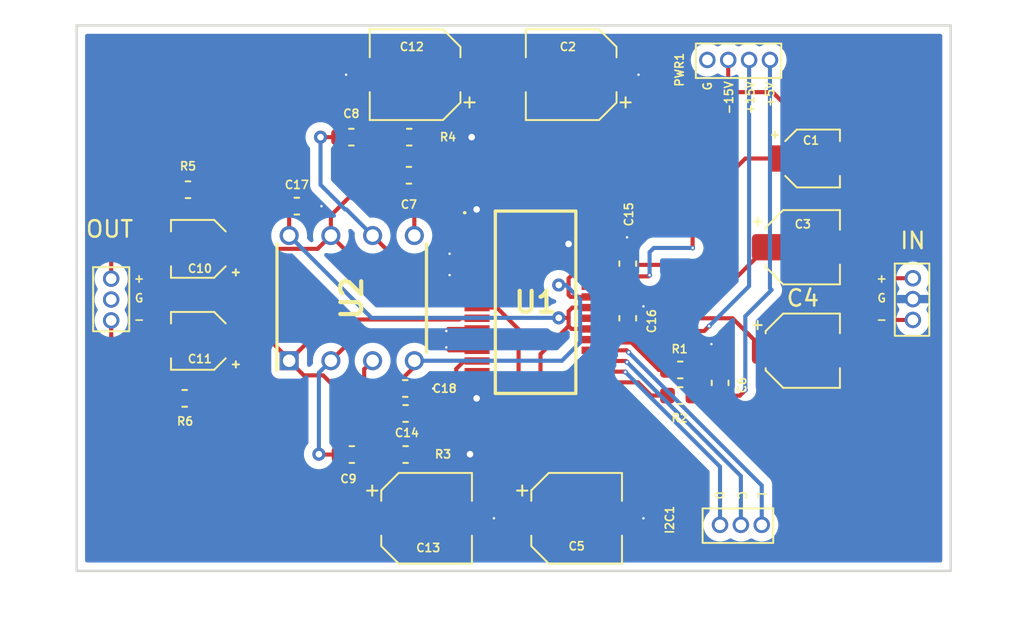
<source format=kicad_pcb>
(kicad_pcb (version 20211014) (generator pcbnew)
  (layers (0 "F.Cu" signal) (31 "B.Cu" signal) (34 "B.Paste" user) (35 "F.Paste" user) (36 "B.SilkS" user "B.Silkscreen") (37 "F.SilkS" user "F.Silkscreen") (38 "B.Mask" user) (39 "F.Mask" user) (44 "Edge.Cuts" user))
  (net 0 "")
  (net 1 "GNDPWR")
  (net 2 "Net-(C1-Pad1)")
  (net 3 "+15V")
  (net 4 "-15V")
  (net 5 "Net-(C7-Pad1)")
  (net 6 "Net-(C7-Pad2)")
  (net 7 "Net-(C8-Pad1)")
  (net 8 "Net-(C10-Pad1)")
  (net 9 "Net-(C9-Pad1)")
  (net 10 "Net-(C11-Pad1)")
  (net 11 "Net-(C10-Pad2)")
  (net 12 "Net-(C12-Pad1)")
  (net 13 "Net-(C13-Pad1)")
  (net 14 "Net-(C14-Pad1)")
  (net 15 "Net-(C14-Pad2)")
  (net 16 "Net-(R1-Pad1)")
  (net 17 "Net-(I2C1-Pad1)")
  (net 18 "Net-(DATA1-Pad1)")
  (net 19 "Net-(CLOCK1-Pad1)")
  (net 20 "Net-(C11-Pad2)")
  (net 21 "+5V")
  (net 22 "Net-(OUT+1-Pad1)")
  (net 24 "Net-(OUT+1-Pad3)")
  (net 25 "Net-(U1-Pad26)")
  (net 26 "Net-(IN+1-Pad1)")
  (net 27 "Net-(U1-Pad23)")
  (net 29 "Net-(C4-Pad2)")
  (net 30 "Net-(R2-Pad1)")
  (footprint "Connector_PinHeader_1.27mm:PinHeader_1x04_P1.27mm_Vertical" (layer "F.Cu") (at 166.1 98.1925)
    (fp_text reference "IN" (at 0 -1.695) (layer "F.SilkS"))
    (fp_text value "Conn_01x04_Male")
    (fp_rect (start -1.1 -0.3) (end 1 4.1) (layer "F.SilkS") (width 0.12) (fill none))
    (pad "1" thru_hole oval (at 0 0.595) (size 1 1) (drill 0.65) (layers *.Cu *.Mask) (net 26 "Net-(IN+1-Pad1)"))
    (pad "2" thru_hole oval (at 0 1.865) (size 1 1) (drill 0.65) (layers *.Cu *.Mask) (net 1 "GNDPWR"))
    (pad "3" thru_hole oval (at 0 3.135) (size 1 1) (drill 0.65) (layers *.Cu *.Mask) (net 29 "Net-(C4-Pad2)"))
  )
  (footprint "Capacitor_SMD:CP_Elec_4x5.3" (layer "F.Cu") (at 159.4 103.2)
    (fp_text reference "C4" (at 0 -3.2) (layer "F.SilkS"))
    (fp_text value "22uF")
    (fp_line (start -2.26 -1.195563) (end -1.195563 -2.26) (layer "F.SilkS") (width 0.12))
    (fp_line (start -1.195563 -2.26) (end 2.26 -2.26) (layer "F.SilkS") (width 0.12))
    (fp_line (start -1.195563 2.26) (end 2.26 2.26) (layer "F.SilkS") (width 0.12))
    (fp_line (start -2.26 -1.195563) (end -2.26 -1.06) (layer "F.SilkS") (width 0.12))
    (fp_line (start -2.75 -1.81) (end -2.75 -1.31) (layer "F.SilkS") (width 0.12))
    (fp_line (start -2.26 1.195563) (end -1.195563 2.26) (layer "F.SilkS") (width 0.12))
    (fp_line (start -3 -1.56) (end -2.5 -1.56) (layer "F.SilkS") (width 0.12))
    (fp_line (start 2.26 2.26) (end 2.26 1.06) (layer "F.SilkS") (width 0.12))
    (fp_line (start -2.26 1.195563) (end -2.26 1.06) (layer "F.SilkS") (width 0.12))
    (fp_line (start 2.26 -2.26) (end 2.26 -1.06) (layer "F.SilkS") (width 0.12))
    (pad "1" smd roundrect (at -1.8 0) (size 2.6 1.6) (layers "F.Cu" "F.Paste" "F.Mask") (roundrect_rratio 0.15625) (net 27 "Net-(U1-Pad23)"))
    (pad "2" smd roundrect (at 1.8 0) (size 2.6 1.6) (layers "F.Cu" "F.Paste" "F.Mask") (roundrect_rratio 0.15625) (net 29 "Net-(C4-Pad2)"))
  )
  (footprint "Capacitor_SMD:CP_Elec_5x5.3" (layer "F.Cu") (at 135.8 86.4 180)
    (fp_text reference "C12" (at 0.2 1.7) (layer "F.SilkS") (effects (font (size 0.5 0.5) (thickness 0.1))))
    (fp_text value "100uF")
    (fp_line (start -2.76 -1.695563) (end -2.76 -1.06) (layer "F.SilkS") (width 0.12))
    (fp_line (start 2.76 -2.76) (end 2.76 -1.06) (layer "F.SilkS") (width 0.12))
    (fp_line (start -2.76 1.695563) (end -1.695563 2.76) (layer "F.SilkS") (width 0.12))
    (fp_line (start -3.3125 -1.9975) (end -3.3125 -1.3725) (layer "F.SilkS") (width 0.12))
    (fp_line (start 2.76 2.76) (end 2.76 1.06) (layer "F.SilkS") (width 0.12))
    (fp_line (start -1.695563 -2.76) (end 2.76 -2.76) (layer "F.SilkS") (width 0.12))
    (fp_line (start -2.76 1.695563) (end -2.76 1.06) (layer "F.SilkS") (width 0.12))
    (fp_line (start -2.76 -1.695563) (end -1.695563 -2.76) (layer "F.SilkS") (width 0.12))
    (fp_line (start -3.625 -1.685) (end -3 -1.685) (layer "F.SilkS") (width 0.12))
    (fp_line (start -1.695563 2.76) (end 2.76 2.76) (layer "F.SilkS") (width 0.12))
    (pad "1" smd roundrect (at -2.2 0 180) (size 3 1.6) (layers "F.Cu" "F.Paste" "F.Mask") (roundrect_rratio 0.15625) (net 12 "Net-(C12-Pad1)"))
    (pad "2" smd roundrect (at 2.2 0 180) (size 3 1.6) (layers "F.Cu" "F.Paste" "F.Mask") (roundrect_rratio 0.15625) (net 1 "GNDPWR"))
  )
  (footprint "LIB_MUSES72320V-TE2:SOP65P760X145-32N" (layer "F.Cu") (at 143.133026 100.25)
    (fp_text reference "U1" (at 0 0) (layer "F.SilkS") (effects (font (size 1.27 1.27) (thickness 0.254))))
    (fp_text value "MUSES72320V-TE2" hide)
    (fp_line (start 2.45 -5.55) (end 2.45 5.55) (layer "F.SilkS") (width 0.2))
    (fp_line (start -4.325 -5.45) (end -4.3 -5.45) (layer "F.SilkS") (width 0.2))
    (fp_line (start -2.45 5.55) (end -2.45 -5.55) (layer "F.SilkS") (width 0.2))
    (fp_line (start 2.45 5.55) (end -2.45 5.55) (layer "F.SilkS") (width 0.2))
    (fp_line (start -2.45 -5.55) (end 2.45 -5.55) (layer "F.SilkS") (width 0.2))
    (pad "1" smd rect (at -3.562 -4.875 90) (size 0.45 1.525) (layers "F.Cu" "F.Paste" "F.Mask") (net 1 "GNDPWR"))
    (pad "2" smd rect (at -3.562 -4.225 90) (size 0.45 1.525) (layers "F.Cu" "F.Paste" "F.Mask") (net 1 "GNDPWR"))
    (pad "3" smd rect (at -3.562 -3.575 90) (size 0.45 1.525) (layers "F.Cu" "F.Paste" "F.Mask") (net 5 "Net-(C7-Pad1)"))
    (pad "4" smd rect (at -3.562 -2.925 90) (size 0.45 1.525) (layers "F.Cu" "F.Paste" "F.Mask") (net 1 "GNDPWR"))
    (pad "5" smd rect (at -3.562 -2.275 90) (size 0.45 1.525) (layers "F.Cu" "F.Paste" "F.Mask") (net 7 "Net-(C8-Pad1)"))
    (pad "6" smd rect (at -3.562 -1.625 90) (size 0.45 1.525) (layers "F.Cu" "F.Paste" "F.Mask") (net 1 "GNDPWR"))
    (pad "7" smd rect (at -3.562 -0.975 90) (size 0.45 1.525) (layers "F.Cu" "F.Paste" "F.Mask") (net 8 "Net-(C10-Pad1)"))
    (pad "8" smd rect (at -3.562 -0.325 90) (size 0.45 1.525) (layers "F.Cu" "F.Paste" "F.Mask") (net 12 "Net-(C12-Pad1)"))
    (pad "9" smd rect (at -3.562 0.325 90) (size 0.45 1.525) (layers "F.Cu" "F.Paste" "F.Mask") (net 13 "Net-(C13-Pad1)"))
    (pad "10" smd rect (at -3.562 0.975 90) (size 0.45 1.525) (layers "F.Cu" "F.Paste" "F.Mask") (net 10 "Net-(C11-Pad1)"))
    (pad "11" smd rect (at -3.562 1.625 90) (size 0.45 1.525) (layers "F.Cu" "F.Paste" "F.Mask") (net 1 "GNDPWR"))
    (pad "12" smd rect (at -3.562 2.275 90) (size 0.45 1.525) (layers "F.Cu" "F.Paste" "F.Mask") (net 9 "Net-(C9-Pad1)"))
    (pad "13" smd rect (at -3.562 2.925 90) (size 0.45 1.525) (layers "F.Cu" "F.Paste" "F.Mask") (net 1 "GNDPWR"))
    (pad "14" smd rect (at -3.562 3.575 90) (size 0.45 1.525) (layers "F.Cu" "F.Paste" "F.Mask") (net 14 "Net-(C14-Pad1)"))
    (pad "15" smd rect (at -3.562 4.225 90) (size 0.45 1.525) (layers "F.Cu" "F.Paste" "F.Mask") (net 1 "GNDPWR"))
    (pad "16" smd rect (at -3.562 4.875 90) (size 0.45 1.525) (layers "F.Cu" "F.Paste" "F.Mask") (net 1 "GNDPWR"))
    (pad "17" smd rect (at 3.562 4.875 90) (size 0.45 1.525) (layers "F.Cu" "F.Paste" "F.Mask") (net 30 "Net-(R2-Pad1)"))
    (pad "18" smd rect (at 3.562 4.225 90) (size 0.45 1.525) (layers "F.Cu" "F.Paste" "F.Mask") (net 18 "Net-(DATA1-Pad1)"))
    (pad "19" smd rect (at 3.562 3.575 90) (size 0.45 1.525) (layers "F.Cu" "F.Paste" "F.Mask") (net 19 "Net-(CLOCK1-Pad1)"))
    (pad "20" smd rect (at 3.562 2.925 90) (size 0.45 1.525) (layers "F.Cu" "F.Paste" "F.Mask") (net 17 "Net-(I2C1-Pad1)"))
    (pad "21" smd rect (at 3.562 2.275 90) (size 0.45 1.525) (layers "F.Cu" "F.Paste" "F.Mask") (net 16 "Net-(R1-Pad1)"))
    (pad "22" smd rect (at 3.562 1.625 90) (size 0.45 1.525) (layers "F.Cu" "F.Paste" "F.Mask") (net 3 "+15V"))
    (pad "23" smd rect (at 3.562 0.975 90) (size 0.45 1.525) (layers "F.Cu" "F.Paste" "F.Mask") (net 27 "Net-(U1-Pad23)"))
    (pad "24" smd rect (at 3.562 0.325 90) (size 0.45 1.525) (layers "F.Cu" "F.Paste" "F.Mask") (net 3 "+15V"))
    (pad "25" smd rect (at 3.562 -0.325 90) (size 0.45 1.525) (layers "F.Cu" "F.Paste" "F.Mask") (net 4 "-15V"))
    (pad "26" smd rect (at 3.562 -0.975 90) (size 0.45 1.525) (layers "F.Cu" "F.Paste" "F.Mask") (net 25 "Net-(U1-Pad26)"))
    (pad "27" smd rect (at 3.562 -1.625 90) (size 0.45 1.525) (layers "F.Cu" "F.Paste" "F.Mask") (net 4 "-15V"))
    (pad "28" smd rect (at 3.562 -2.275 90) (size 0.45 1.525) (layers "F.Cu" "F.Paste" "F.Mask") (net 2 "Net-(C1-Pad1)"))
    (pad "29" smd rect (at 3.562 -2.925 90) (size 0.45 1.525) (layers "F.Cu" "F.Paste" "F.Mask") (net 1 "GNDPWR"))
    (pad "30" smd rect (at 3.562 -3.575 90) (size 0.45 1.525) (layers "F.Cu" "F.Paste" "F.Mask") (net 1 "GNDPWR"))
    (pad "31" smd rect (at 3.562 -4.225 90) (size 0.45 1.525) (layers "F.Cu" "F.Paste" "F.Mask") (net 1 "GNDPWR"))
    (pad "32" smd rect (at 3.562 -4.875 90) (size 0.45 1.525) (layers "F.Cu" "F.Paste" "F.Mask") (net 1 "GNDPWR"))
  )
  (footprint "Capacitor_SMD:C_0603_1608Metric" (layer "F.Cu") (at 135.2 105.5)
    (fp_text reference "C18" (at 2.4 0) (layer "F.SilkS") (effects (font (size 0.5 0.5) (thickness 0.1))))
    (fp_text value "0.1uF")
    (fp_line (start -0.14058 -0.51) (end 0.14058 -0.51) (layer "F.SilkS") (width 0.12))
    (fp_line (start -0.14058 0.51) (end 0.14058 0.51) (layer "F.SilkS") (width 0.12))
    (pad "1" smd roundrect (at -0.775 0) (size 0.9 0.95) (layers "F.Cu" "F.Paste" "F.Mask") (net 4 "-15V"))
    (pad "2" smd roundrect (at 0.775 0) (size 0.9 0.95) (layers "F.Cu" "F.Paste" "F.Mask") (net 1 "GNDPWR"))
  )
  (footprint "Capacitor_SMD:C_0603_1608Metric" (layer "F.Cu") (at 148.743026 97.9 -90)
    (fp_text reference "C15" (at -3 -0.066575 90) (layer "F.SilkS") (effects (font (size 0.5 0.5) (thickness 0.1))))
    (fp_text value "0.1uF")
    (fp_line (start -0.14058 -0.51) (end 0.14058 -0.51) (layer "F.SilkS") (width 0.12))
    (fp_line (start -0.14058 0.51) (end 0.14058 0.51) (layer "F.SilkS") (width 0.12))
    (pad "1" smd roundrect (at -0.775 0 270) (size 0.9 0.95) (layers "F.Cu" "F.Paste" "F.Mask") (net 1 "GNDPWR"))
    (pad "2" smd roundrect (at 0.775 0 270) (size 0.9 0.95) (layers "F.Cu" "F.Paste" "F.Mask") (net 4 "-15V"))
  )
  (footprint "Capacitor_SMD:C_0603_1608Metric" (layer "F.Cu") (at 135.443026 90.2 180)
    (fp_text reference "R4" (at -2.356974 0) (layer "F.SilkS") (effects (font (size 0.5 0.5) (thickness 0.1))))
    (fp_text value "470K")
    (fp_line (start -0.14058 -0.51) (end 0.14058 -0.51) (layer "F.SilkS") (width 0.12))
    (fp_line (start -0.14058 0.51) (end 0.14058 0.51) (layer "F.SilkS") (width 0.12))
    (pad "1" smd roundrect (at -0.775 0 180) (size 0.9 0.95) (layers "F.Cu" "F.Paste" "F.Mask") (net 1 "GNDPWR"))
    (pad "2" smd roundrect (at 0.775 0 180) (size 0.9 0.95) (layers "F.Cu" "F.Paste" "F.Mask") (net 6 "Net-(C7-Pad2)"))
  )
  (footprint "Capacitor_SMD:C_0603_1608Metric" (layer "F.Cu") (at 151.937285 105.93)
    (fp_text reference "R2" (at -0.037285 1.37) (layer "F.SilkS") (effects (font (size 0.5 0.5) (thickness 0.1))))
    (fp_text value "10K")
    (fp_line (start -0.14058 -0.51) (end 0.14058 -0.51) (layer "F.SilkS") (width 0.12))
    (fp_line (start -0.14058 0.51) (end 0.14058 0.51) (layer "F.SilkS") (width 0.12))
    (pad "1" smd roundrect (at -0.775 0) (size 0.9 0.95) (layers "F.Cu" "F.Paste" "F.Mask") (net 30 "Net-(R2-Pad1)"))
    (pad "2" smd roundrect (at 0.775 0) (size 0.9 0.95) (layers "F.Cu" "F.Paste" "F.Mask") (net 21 "+5V"))
  )
  (footprint "Capacitor_SMD:CP_Elec_5x5.3" (layer "F.Cu") (at 136.5 113.4)
    (fp_text reference "C13" (at 0.1 1.8) (layer "F.SilkS") (effects (font (size 0.5 0.5) (thickness 0.1))))
    (fp_text value "100uF")
    (fp_line (start -2.76 1.695563) (end -1.695563 2.76) (layer "F.SilkS") (width 0.12))
    (fp_line (start -2.76 -1.695563) (end -1.695563 -2.76) (layer "F.SilkS") (width 0.12))
    (fp_line (start -1.695563 2.76) (end 2.76 2.76) (layer "F.SilkS") (width 0.12))
    (fp_line (start -2.76 1.695563) (end -2.76 1.06) (layer "F.SilkS") (width 0.12))
    (fp_line (start -1.695563 -2.76) (end 2.76 -2.76) (layer "F.SilkS") (width 0.12))
    (fp_line (start -3.625 -1.685) (end -3 -1.685) (layer "F.SilkS") (width 0.12))
    (fp_line (start -2.76 -1.695563) (end -2.76 -1.06) (layer "F.SilkS") (width 0.12))
    (fp_line (start -3.3125 -1.9975) (end -3.3125 -1.3725) (layer "F.SilkS") (width 0.12))
    (fp_line (start 2.76 2.76) (end 2.76 1.06) (layer "F.SilkS") (width 0.12))
    (fp_line (start 2.76 -2.76) (end 2.76 -1.06) (layer "F.SilkS") (width 0.12))
    (pad "1" smd roundrect (at -2.2 0) (size 3 1.6) (layers "F.Cu" "F.Paste" "F.Mask") (roundrect_rratio 0.15625) (net 13 "Net-(C13-Pad1)"))
    (pad "2" smd roundrect (at 2.2 0) (size 3 1.6) (layers "F.Cu" "F.Paste" "F.Mask") (roundrect_rratio 0.15625) (net 1 "GNDPWR"))
  )
  (footprint "Capacitor_SMD:C_0603_1608Metric" (layer "F.Cu") (at 148.743026 101.225 -90)
    (fp_text reference "C16" (at 0.175 -1.456974 90) (layer "F.SilkS") (effects (font (size 0.5 0.5) (thickness 0.1))))
    (fp_text value "0.1uF")
    (fp_line (start -0.14058 0.51) (end 0.14058 0.51) (layer "F.SilkS") (width 0.12))
    (fp_line (start -0.14058 -0.51) (end 0.14058 -0.51) (layer "F.SilkS") (width 0.12))
    (pad "1" smd roundrect (at -0.775 0 270) (size 0.9 0.95) (layers "F.Cu" "F.Paste" "F.Mask") (net 1 "GNDPWR"))
    (pad "2" smd roundrect (at 0.775 0 270) (size 0.9 0.95) (layers "F.Cu" "F.Paste" "F.Mask") (net 3 "+15V"))
  )
  (footprint "Capacitor_SMD:CP_Elec_5x5.3" (layer "F.Cu") (at 145.632843 113.4)
    (fp_text reference "C5" (at 0 1.7) (layer "F.SilkS") (effects (font (size 0.5 0.5) (thickness 0.1))))
    (fp_text value "100uF")
    (fp_line (start -2.76 1.695563) (end -2.76 1.06) (layer "F.SilkS") (width 0.12))
    (fp_line (start -1.695563 2.76) (end 2.76 2.76) (layer "F.SilkS") (width 0.12))
    (fp_line (start -2.76 -1.695563) (end -2.76 -1.06) (layer "F.SilkS") (width 0.12))
    (fp_line (start 2.76 -2.76) (end 2.76 -1.06) (layer "F.SilkS") (width 0.12))
    (fp_line (start -1.695563 -2.76) (end 2.76 -2.76) (layer "F.SilkS") (width 0.12))
    (fp_line (start -2.76 -1.695563) (end -1.695563 -2.76) (layer "F.SilkS") (width 0.12))
    (fp_line (start 2.76 2.76) (end 2.76 1.06) (layer "F.SilkS") (width 0.12))
    (fp_line (start -3.625 -1.685) (end -3 -1.685) (layer "F.SilkS") (width 0.12))
    (fp_line (start -2.76 1.695563) (end -1.695563 2.76) (layer "F.SilkS") (width 0.12))
    (fp_line (start -3.3125 -1.9975) (end -3.3125 -1.3725) (layer "F.SilkS") (width 0.12))
    (pad "1" smd roundrect (at -2.2 0) (size 3 1.6) (layers "F.Cu" "F.Paste" "F.Mask") (roundrect_rratio 0.15625) (net 3 "+15V"))
    (pad "2" smd roundrect (at 2.2 0) (size 3 1.6) (layers "F.Cu" "F.Paste" "F.Mask") (roundrect_rratio 0.15625) (net 1 "GNDPWR"))
  )
  (footprint "Capacitor_SMD:C_0603_1608Metric" (layer "F.Cu") (at 131.918026 90.2)
    (fp_text reference "C8" (at 0 -1.43) (layer "F.SilkS") (effects (font (size 0.5 0.5) (thickness 0.1))))
    (fp_text value "10pF")
    (fp_line (start -0.14058 0.51) (end 0.14058 0.51) (layer "F.SilkS") (width 0.12))
    (fp_line (start -0.14058 -0.51) (end 0.14058 -0.51) (layer "F.SilkS") (width 0.12))
    (pad "1" smd roundrect (at -0.775 0) (size 0.9 0.95) (layers "F.Cu" "F.Paste" "F.Mask") (net 7 "Net-(C8-Pad1)"))
    (pad "2" smd roundrect (at 0.775 0) (size 0.9 0.95) (layers "F.Cu" "F.Paste" "F.Mask") (net 8 "Net-(C10-Pad1)"))
  )
  (footprint "Capacitor_SMD:C_0603_1608Metric" (layer "F.Cu") (at 151.937285 104.37)
    (fp_text reference "R1" (at -0.037285 -1.27) (layer "F.SilkS") (effects (font (size 0.5 0.5) (thickness 0.1))))
    (fp_text value "10K")
    (fp_line (start -0.14058 -0.51) (end 0.14058 -0.51) (layer "F.SilkS") (width 0.12))
    (fp_line (start -0.14058 0.51) (end 0.14058 0.51) (layer "F.SilkS") (width 0.12))
    (pad "1" smd roundrect (at -0.775 0) (size 0.9 0.95) (layers "F.Cu" "F.Paste" "F.Mask") (net 16 "Net-(R1-Pad1)"))
    (pad "2" smd roundrect (at 0.775 0) (size 0.9 0.95) (layers "F.Cu" "F.Paste" "F.Mask") (net 1 "GNDPWR"))
  )
  (footprint "Capacitor_SMD:C_0603_1608Metric" (layer "F.Cu") (at 135.223026 109.52)
    (fp_text reference "R3" (at 2.276974 -0.02) (layer "F.SilkS") (effects (font (size 0.5 0.5) (thickness 0.1))))
    (fp_text value "470K")
    (fp_line (start -0.14058 0.51) (end 0.14058 0.51) (layer "F.SilkS") (width 0.12))
    (fp_line (start -0.14058 -0.51) (end 0.14058 -0.51) (layer "F.SilkS") (width 0.12))
    (pad "1" smd roundrect (at -0.775 0) (size 0.9 0.95) (layers "F.Cu" "F.Paste" "F.Mask") (net 15 "Net-(C14-Pad2)"))
    (pad "2" smd roundrect (at 0.775 0) (size 0.9 0.95) (layers "F.Cu" "F.Paste" "F.Mask") (net 1 "GNDPWR"))
  )
  (footprint "Capacitor_SMD:CP_Elec_3x5.4" (layer "F.Cu") (at 122.7 102.6 180)
    (fp_text reference "C11" (at 0 -1.1 180) (layer "F.SilkS") (effects (font (size 0.5 0.5) (thickness 0.1))))
    (fp_text value "10uF")
    (fp_line (start -0.870563 -1.76) (end 1.76 -1.76) (layer "F.SilkS") (width 0.12))
    (fp_line (start -1.570563 -1.06) (end -0.870563 -1.76) (layer "F.SilkS") (width 0.12))
    (fp_line (start -1.570563 1.06) (end -0.870563 1.76) (layer "F.SilkS") (width 0.12))
    (fp_line (start -0.870563 1.76) (end 1.76 1.76) (layer "F.SilkS") (width 0.12))
    (fp_line (start 1.76 1.76) (end 1.76 1.06) (layer "F.SilkS") (width 0.12))
    (fp_line (start 1.76 -1.76) (end 1.76 -1.06) (layer "F.SilkS") (width 0.12))
    (fp_line (start -2.375 -1.435) (end -2 -1.435) (layer "F.SilkS") (width 0.12))
    (fp_line (start -2.1875 -1.6225) (end -2.1875 -1.2475) (layer "F.SilkS") (width 0.12))
    (pad "1" smd roundrect (at -1.5 0 180) (size 2.2 1.6) (layers "F.Cu" "F.Paste" "F.Mask") (roundrect_rratio 0.15625) (net 10 "Net-(C11-Pad1)"))
    (pad "2" smd roundrect (at 1.5 0 180) (size 2.2 1.6) (layers "F.Cu" "F.Paste" "F.Mask") (roundrect_rratio 0.15625) (net 20 "Net-(C11-Pad2)"))
  )
  (footprint "Connector_PinHeader_1.27mm:PinHeader_1x04_P1.27mm_Vertical" (layer "F.Cu") (at 153.59 85.5 90)
    (fp_text reference "PWR1" (at -0.6 -1.7 90) (layer "F.SilkS") (effects (font (size 0.5 0.5) (thickness 0.1))))
    (fp_text value "PWR")
    (fp_rect (start -1.1 -0.7) (end 1 4.5) (layer "F.SilkS") (width 0.12) (fill none))
    (pad "1" thru_hole oval (at 0 0 90) (size 1 1) (drill 0.65) (layers *.Cu *.Mask))
    (pad "2" thru_hole oval (at 0 1.27 90) (size 1 1) (drill 0.65) (layers *.Cu *.Mask) (net 4 "-15V"))
    (pad "3" thru_hole oval (at 0 2.54 90) (size 1 1) (drill 0.65) (layers *.Cu *.Mask) (net 3 "+15V"))
    (pad "4" thru_hole oval (at 0 3.81 90) (size 1 1) (drill 0.65) (layers *.Cu *.Mask) (net 21 "+5V"))
  )
  (footprint "Capacitor_SMD:C_0603_1608Metric" (layer "F.Cu") (at 121.775 106.1)
    (fp_text reference "R6" (at 0.025 1.4) (layer "F.SilkS") (effects (font (size 0.5 0.5) (thickness 0.1))))
    (fp_text value "47R")
    (fp_line (start -0.14058 0.51) (end 0.14058 0.51) (layer "F.SilkS") (width 0.12))
    (fp_line (start -0.14058 -0.51) (end 0.14058 -0.51) (layer "F.SilkS") (width 0.12))
    (pad "1" smd roundrect (at -0.775 0) (size 0.9 0.95) (layers "F.Cu" "F.Paste" "F.Mask") (net 24 "Net-(OUT+1-Pad3)"))
    (pad "2" smd roundrect (at 0.775 0) (size 0.9 0.95) (layers "F.Cu" "F.Paste" "F.Mask") (net 20 "Net-(C11-Pad2)"))
  )
  (footprint "Capacitor_SMD:C_0603_1608Metric" (layer "F.Cu") (at 135.423026 92.52 180)
    (fp_text reference "C7" (at 0 -1.78) (layer "F.SilkS") (effects (font (size 0.5 0.5) (thickness 0.1))))
    (fp_text value "10uF")
    (fp_line (start -0.14058 0.51) (end 0.14058 0.51) (layer "F.SilkS") (width 0.12))
    (fp_line (start -0.14058 -0.51) (end 0.14058 -0.51) (layer "F.SilkS") (width 0.12))
    (pad "1" smd roundrect (at -0.775 0 180) (size 0.9 0.95) (layers "F.Cu" "F.Paste" "F.Mask") (net 5 "Net-(C7-Pad1)"))
    (pad "2" smd roundrect (at 0.775 0 180) (size 0.9 0.95) (layers "F.Cu" "F.Paste" "F.Mask") (net 6 "Net-(C7-Pad2)"))
  )
  (footprint "Capacitor_SMD:CP_Elec_3x5.3" (layer "F.Cu") (at 159.9 91.5)
    (fp_text reference "C1" (at 0 -1.1) (layer "F.SilkS") (effects (font (size 0.5 0.5) (thickness 0.1))))
    (fp_text value "10uF")
    (fp_line (start 1.76 -1.76) (end 1.76 -1.06) (layer "F.SilkS") (width 0.12))
    (fp_line (start -1.570563 1.06) (end -0.870563 1.76) (layer "F.SilkS") (width 0.12))
    (fp_line (start -2.1875 -1.6225) (end -2.1875 -1.2475) (layer "F.SilkS") (width 0.12))
    (fp_line (start -0.870563 -1.76) (end 1.76 -1.76) (layer "F.SilkS") (width 0.12))
    (fp_line (start -2.375 -1.435) (end -2 -1.435) (layer "F.SilkS") (width 0.12))
    (fp_line (start -1.570563 -1.06) (end -0.870563 -1.76) (layer "F.SilkS") (width 0.12))
    (fp_line (start 1.76 1.76) (end 1.76 1.06) (layer "F.SilkS") (width 0.12))
    (fp_line (start -0.870563 1.76) (end 1.76 1.76) (layer "F.SilkS") (width 0.12))
    (pad "1" smd rect (at -1.5 0) (size 2.2 1.6) (layers "F.Cu" "F.Paste" "F.Mask") (net 2 "Net-(C1-Pad1)"))
    (pad "2" smd rect (at 1.5 0) (size 2.2 1.6) (layers "F.Cu" "F.Paste" "F.Mask") (net 4 "-15V"))
  )
  (footprint "Connector_PinHeader_1.27mm:PinHeader_1x04_P1.27mm_Vertical" (layer "F.Cu") (at 117.3 98.815)
    (fp_text reference "OUT" (at -0.1 -3.015 180) (layer "F.SilkS"))
    (fp_text value "Conn_01x04_Male")
    (fp_rect (start -1.1 -0.7) (end 1.1 3.2) (layer "F.SilkS") (width 0.12) (fill none))
    (pad "1" thru_hole oval (at 0 0) (size 1 1) (drill 0.65) (layers *.Cu *.Mask) (net 22 "Net-(OUT+1-Pad1)"))
    (pad "2" thru_hole oval (at 0 1.27) (size 1 1) (drill 0.65) (layers *.Cu *.Mask))
    (pad "3" thru_hole oval (at 0 2.54) (size 1 1) (drill 0.65) (layers *.Cu *.Mask) (net 24 "Net-(OUT+1-Pad3)"))
  )
  (footprint "Capacitor_SMD:CP_Elec_3x5.4" (layer "F.Cu") (at 122.7 97 180)
    (fp_text reference "C10" (at 0 -1.2 180) (layer "F.SilkS") (effects (font (size 0.5 0.5) (thickness 0.1))))
    (fp_text value "10uF")
    (fp_line (start 1.76 1.76) (end 1.76 1.06) (layer "F.SilkS") (width 0.12))
    (fp_line (start -2.375 -1.435) (end -2 -1.435) (layer "F.SilkS") (width 0.12))
    (fp_line (start -0.870563 -1.76) (end 1.76 -1.76) (layer "F.SilkS") (width 0.12))
    (fp_line (start -2.1875 -1.6225) (end -2.1875 -1.2475) (layer "F.SilkS") (width 0.12))
    (fp_line (start -0.870563 1.76) (end 1.76 1.76) (layer "F.SilkS") (width 0.12))
    (fp_line (start -1.570563 -1.06) (end -0.870563 -1.76) (layer "F.SilkS") (width 0.12))
    (fp_line (start -1.570563 1.06) (end -0.870563 1.76) (layer "F.SilkS") (width 0.12))
    (fp_line (start 1.76 -1.76) (end 1.76 -1.06) (layer "F.SilkS") (width 0.12))
    (pad "1" smd roundrect (at -1.5 0 180) (size 2.2 1.6) (layers "F.Cu" "F.Paste" "F.Mask") (roundrect_rratio 0.15625) (net 8 "Net-(C10-Pad1)"))
    (pad "2" smd roundrect (at 1.5 0 180) (size 2.2 1.6) (layers "F.Cu" "F.Paste" "F.Mask") (roundrect_rratio 0.15625) (net 11 "Net-(C10-Pad2)"))
  )
  (footprint "Capacitor_SMD:C_0603_1608Metric" (layer "F.Cu") (at 128.6 94.4 180)
    (fp_text reference "C17" (at 0 1.3) (layer "F.SilkS") (effects (font (size 0.5 0.5) (thickness 0.1))))
    (fp_text value "0.1uF")
    (fp_line (start -0.14058 -0.51) (end 0.14058 -0.51) (layer "F.SilkS") (width 0.12))
    (fp_line (start -0.14058 0.51) (end 0.14058 0.51) (layer "F.SilkS") (width 0.12))
    (pad "1" smd roundrect (at -0.775 0 180) (size 0.9 0.95) (layers "F.Cu" "F.Paste" "F.Mask") (net 1 "GNDPWR"))
    (pad "2" smd roundrect (at 0.775 0 180) (size 0.9 0.95) (layers "F.Cu" "F.Paste" "F.Mask") (net 3 "+15V"))
  )
  (footprint "Capacitor_SMD:C_0603_1608Metric" (layer "F.Cu") (at 121.975 93.4)
    (fp_text reference "R5" (at 0 -1.43) (layer "F.SilkS") (effects (font (size 0.5 0.5) (thickness 0.1))))
    (fp_text value "47R")
    (fp_line (start -0.14058 -0.51) (end 0.14058 -0.51) (layer "F.SilkS") (width 0.12))
    (fp_line (start -0.14058 0.51) (end 0.14058 0.51) (layer "F.SilkS") (width 0.12))
    (pad "1" smd roundrect (at -0.775 0) (size 0.9 0.95) (layers "F.Cu" "F.Paste" "F.Mask") (net 22 "Net-(OUT+1-Pad1)"))
    (pad "2" smd roundrect (at 0.775 0) (size 0.9 0.95) (layers "F.Cu" "F.Paste" "F.Mask") (net 11 "Net-(C10-Pad2)"))
  )
  (footprint "Capacitor_SMD:C_0603_1608Metric" (layer "F.Cu") (at 135.223026 107.02 180)
    (fp_text reference "C14" (at -0.076974 -1.18) (layer "F.SilkS") (effects (font (size 0.5 0.5) (thickness 0.1))))
    (fp_text value "10uF")
    (fp_line (start -0.14058 0.51) (end 0.14058 0.51) (layer "F.SilkS") (width 0.12))
    (fp_line (start -0.14058 -0.51) (end 0.14058 -0.51) (layer "F.SilkS") (width 0.12))
    (pad "1" smd roundrect (at -0.775 0 180) (size 0.9 0.95) (layers "F.Cu" "F.Paste" "F.Mask") (net 14 "Net-(C14-Pad1)"))
    (pad "2" smd roundrect (at 0.775 0 180) (size 0.9 0.95) (layers "F.Cu" "F.Paste" "F.Mask") (net 15 "Net-(C14-Pad2)"))
  )
  (footprint "Capacitor_SMD:C_0603_1608Metric" (layer "F.Cu") (at 131.948026 109.52)
    (fp_text reference "C9" (at -0.205 1.48) (layer "F.SilkS") (effects (font (size 0.5 0.5) (thickness 0.1))))
    (fp_text value "10pF")
    (fp_line (start -0.14058 -0.51) (end 0.14058 -0.51) (layer "F.SilkS") (width 0.12))
    (fp_line (start -0.14058 0.51) (end 0.14058 0.51) (layer "F.SilkS") (width 0.12))
    (pad "1" smd roundrect (at -0.775 0) (size 0.9 0.95) (layers "F.Cu" "F.Paste" "F.Mask") (net 9 "Net-(C9-Pad1)"))
    (pad "2" smd roundrect (at 0.775 0) (size 0.9 0.95) (layers "F.Cu" "F.Paste" "F.Mask") (net 10 "Net-(C11-Pad1)"))
  )
  (footprint "Capacitor_SMD:C_0603_1608Metric" (layer "F.Cu") (at 154.367285 105.16 -90)
    (fp_text reference "C6" (at 0.14 -1.332715 -90) (layer "F.SilkS") (effects (font (size 0.5 0.5) (thickness 0.1))))
    (fp_text value "1uF")
    (fp_line (start -0.14058 0.51) (end 0.14058 0.51) (layer "F.SilkS") (width 0.12))
    (fp_line (start -0.14058 -0.51) (end 0.14058 -0.51) (layer "F.SilkS") (width 0.12))
    (pad "1" smd roundrect (at -0.775 0 270) (size 0.9 0.95) (layers "F.Cu" "F.Paste" "F.Mask") (net 1 "GNDPWR"))
    (pad "2" smd roundrect (at 0.775 0 270) (size 0.9 0.95) (layers "F.Cu" "F.Paste" "F.Mask") (net 21 "+5V"))
  )
  (footprint "LIB_MUSES02:DIP762W56P254L880H425Q8N" (layer "F.Cu") (at 131.943026 100 90)
    (fp_text reference "U2" (at 0 0 90) (layer "F.SilkS") (effects (font (size 1.27 1.27) (thickness 0.254))))
    (fp_text value "MUSES02" hide)
    (fp_line (start -3.3 4.55) (end 3.3 4.55) (layer "F.SilkS") (width 0.2))
    (fp_line (start -4.39 -4.55) (end 3.3 -4.55) (layer "F.SilkS") (width 0.2))
    (pad "1" thru_hole rect locked (at -3.81 -3.81 90) (size 1.16 1.16) (drill 0.76) (layers *.Cu *.Mask) (net 10 "Net-(C11-Pad1)"))
    (pad "2" thru_hole circle locked (at -3.81 -1.27 90) (size 1.16 1.16) (drill 0.76) (layers *.Cu *.Mask) (net 9 "Net-(C9-Pad1)"))
    (pad "3" thru_hole circle locked (at -3.81 1.27 90) (size 1.16 1.16) (drill 0.76) (layers *.Cu *.Mask) (net 15 "Net-(C14-Pad2)"))
    (pad "4" thru_hole circle locked (at -3.81 3.81 90) (size 1.16 1.16) (drill 0.76) (layers *.Cu *.Mask) (net 4 "-15V"))
    (pad "5" thru_hole circle locked (at 3.81 3.81 90) (size 1.16 1.16) (drill 0.76) (layers *.Cu *.Mask) (net 6 "Net-(C7-Pad2)"))
    (pad "6" thru_hole circle locked (at 3.81 1.27 90) (size 1.16 1.16) (drill 0.76) (layers *.Cu *.Mask) (net 7 "Net-(C8-Pad1)"))
    (pad "7" thru_hole circle locked (at 3.81 -1.27 90) (size 1.16 1.16) (drill 0.76) (layers *.Cu *.Mask) (net 8 "Net-(C10-Pad1)"))
    (pad "8" thru_hole circle locked (at 3.81 -3.81 90) (size 1.16 1.16) (drill 0.76) (layers *.Cu *.Mask) (net 3 "+15V"))
  )
  (footprint "Capacitor_SMD:CP_Elec_4x5.3" (layer "F.Cu") (at 159.4 96.9)
    (fp_text reference "C3" (at 0 -1.4) (layer "F.SilkS") (effects (font (size 0.5 0.5) (thickness 0.1))))
    (fp_text value "22uF")
    (fp_line (start -2.26 -1.195563) (end -2.26 -1.06) (layer "F.SilkS") (width 0.12))
    (fp_line (start -1.195563 -2.26) (end 2.26 -2.26) (layer "F.SilkS") (width 0.12))
    (fp_line (start 2.26 -2.26) (end 2.26 -1.06) (layer "F.SilkS") (width 0.12))
    (fp_line (start -2.26 1.195563) (end -1.195563 2.26) (layer "F.SilkS") (width 0.12))
    (fp_line (start -2.75 -1.81) (end -2.75 -1.31) (layer "F.SilkS") (width 0.12))
    (fp_line (start -3 -1.56) (end -2.5 -1.56) (layer "F.SilkS") (width 0.12))
    (fp_line (start -2.26 1.195563) (end -2.26 1.06) (layer "F.SilkS") (width 0.12))
    (fp_line (start -2.26 -1.195563) (end -1.195563 -2.26) (layer "F.SilkS") (width 0.12))
    (fp_line (start 2.26 2.26) (end 2.26 1.06) (layer "F.SilkS") (width 0.12))
    (fp_line (start -1.195563 2.26) (end 2.26 2.26) (layer "F.SilkS") (width 0.12))
    (pad "1" smd roundrect (at -1.8 0) (size 2.6 1.6) (layers "F.Cu" "F.Paste" "F.Mask") (roundrect_rratio 0.15625) (net 25 "Net-(U1-Pad26)"))
    (pad "2" smd roundrect (at 1.8 0) (size 2.6 1.6) (layers "F.Cu" "F.Paste" "F.Mask") (roundrect_rratio 0.15625) (net 26 "Net-(IN+1-Pad1)"))
  )
  (footprint "Connector_PinHeader_1.27mm:PinHeader_1x04_P1.27mm_Vertical" (layer "F.Cu") (at 156.9 113.8 -90)
    (fp_text reference "I2C1" (at -0.3 5.6 90) (layer "F.SilkS") (effects (font (size 0.5 0.5) (thickness 0.1))))
    (fp_text value "Conn_01x04_Male")
    (fp_rect (start -1 -0.7) (end 1.1 3.6) (layer "F.SilkS") (width 0.12) (fill none))
    (pad "1" thru_hole oval (at 0 0 270) (size 1 1) (drill 0.65) (layers *.Cu *.Mask) (net 17 "Net-(I2C1-Pad1)"))
    (pad "2" thru_hole oval (at 0 1.27 270) (size 1 1) (drill 0.65) (layers *.Cu *.Mask) (net 19 "Net-(CLOCK1-Pad1)"))
    (pad "3" thru_hole oval (at 0 2.54 270) (size 1 1) (drill 0.65) (layers *.Cu *.Mask) (net 18 "Net-(DATA1-Pad1)"))
  )
  (footprint "Capacitor_SMD:CP_Elec_5x5.3" (layer "F.Cu") (at 145.3 86.4 180)
    (fp_text reference "C2" (at 0.2 1.7 180) (layer "F.SilkS") (effects (font (size 0.5 0.5) (thickness 0.1))))
    (fp_text value "100uF")
    (fp_line (start -2.76 -1.695563) (end -1.695563 -2.76) (layer "F.SilkS") (width 0.12))
    (fp_line (start -1.695563 -2.76) (end 2.76 -2.76) (layer "F.SilkS") (width 0.12))
    (fp_line (start -2.76 1.695563) (end -2.76 1.06) (layer "F.SilkS") (width 0.12))
    (fp_line (start -2.76 1.695563) (end -1.695563 2.76) (layer "F.SilkS") (width 0.12))
    (fp_line (start -2.76 -1.695563) (end -2.76 -1.06) (layer "F.SilkS") (width 0.12))
    (fp_line (start -3.625 -1.685) (end -3 -1.685) (layer "F.SilkS") (width 0.12))
    (fp_line (start -3.3125 -1.9975) (end -3.3125 -1.3725) (layer "F.SilkS") (width 0.12))
    (fp_line (start 2.76 2.76) (end 2.76 1.06) (layer "F.SilkS") (width 0.12))
    (fp_line (start -1.695563 2.76) (end 2.76 2.76) (layer "F.SilkS") (width 0.12))
    (fp_line (start 2.76 -2.76) (end 2.76 -1.06) (layer "F.SilkS") (width 0.12))
    (pad "1" smd roundrect (at -2.2 0 180) (size 3 1.6) (layers "F.Cu" "F.Paste" "F.Mask") (roundrect_rratio 0.15625) (net 1 "GNDPWR"))
    (pad "2" smd roundrect (at 2.2 0 180) (size 3 1.6) (layers "F.Cu" "F.Paste" "F.Mask") (roundrect_rratio 0.15625) (net 4 "-15V"))
  )
  (gr_rect (start 115.2 83.4) (end 168.4 116.6) (layer "Edge.Cuts") (width 0.15) (fill none))
  (gr_text "G\n" (at 153.6 87.1 90) (layer "F.SilkS") (effects (font (size 0.5 0.5) (thickness 0.1))))
  (gr_text "G\n" (at 119 100) (layer "F.SilkS") (effects (font (size 0.5 0.5) (thickness 0.1))))
  (gr_text "+" (at 119 98.8) (layer "F.SilkS") (effects (font (size 0.5 0.5) (thickness 0.1))))
  (gr_text "-15V\n" (at 154.9 87.8 90) (layer "F.SilkS") (effects (font (size 0.5 0.5) (thickness 0.1))))
  (gr_text "-\n" (at 119 101.3) (layer "F.SilkS") (effects (font (size 0.5 0.5) (thickness 0.1))))
  (gr_text "L\n" (at 156.9 112 270) (layer "F.SilkS") (effects (font (size 0.5 0.5) (thickness 0.1))))
  (gr_text "+" (at 164.2 98.8) (layer "F.SilkS") (effects (font (size 0.5 0.5) (thickness 0.1))))
  (gr_text "D\n" (at 154.3 112 270) (layer "F.SilkS") (effects (font (size 0.5 0.5) (thickness 0.1))))
  (gr_text "+15V\n" (at 156.2 87.8 90) (layer "F.SilkS") (effects (font (size 0.5 0.5) (thickness 0.1))))
  (gr_text "C\n" (at 155.7 112 270) (layer "F.SilkS") (effects (font (size 0.5 0.5) (thickness 0.1))))
  (gr_text "-\n" (at 164.2 101.3) (layer "F.SilkS") (effects (font (size 0.5 0.5) (thickness 0.1))))
  (gr_text "G\n" (at 164.2 100) (layer "F.SilkS") (effects (font (size 0.5 0.5) (thickness 0.1))))
  (gr_text "+5V\n\n" (at 157.8 87.6 90) (layer "F.SilkS") (effects (font (size 0.5 0.5) (thickness 0.1))))
  (segment (start 148.743026 96.343026) (end 148.7 96.3) (width 0.25) (layer "F.Cu") (net 1))
  (segment (start 139.571026 95.375) (end 139.571026 94.628) (width 0.25) (layer "F.Cu") (net 1))
  (segment (start 139.571026 94.628) (end 139.543026 94.6) (width 0.25) (layer "F.Cu") (net 1))
  (segment (start 146.695026 97.325) (end 148.543026 97.325) (width 0.25) (layer "F.Cu") (net 1))
  (segment (start 136.218026 90.2) (end 138.098026 90.2) (width 0.25) (layer "F.Cu") (net 1))
  (segment (start 135.998026 109.52) (end 137.898026 109.52) (width 0.25) (layer "F.Cu") (net 1))
  (segment (start 139.571026 98.625) (end 137.925 98.625) (width 0.25) (layer "F.Cu") (net 1))
  (segment (start 139.571026 96.025) (end 139.571026 95.375) (width 0.25) (layer "F.Cu") (net 1))
  (segment (start 139.571026 97.325) (end 137.925 97.325) (width 0.25) (layer "F.Cu") (net 1))
  (segment (start 149.65 100.45) (end 149.7 100.5) (width 0.25) (layer "F.Cu") (net 1))
  (segment (start 148.543026 97.325) (end 148.743026 97.125) (width 0.25) (layer "F.Cu") (net 1))
  (segment (start 148.743026 97.125) (end 148.743026 96.343026) (width 0.25) (layer "F.Cu") (net 1))
  (segment (start 137.825 101.875) (end 137.7 102) (width 0.25) (layer "F.Cu") (net 1))
  (segment (start 138.098026 90.2) (end 138.123026 90.225) (width 0.25) (layer "F.Cu") (net 1))
  (segment (start 138.123026 90.225) (end 139.218026 90.225) (width 0.25) (layer "F.Cu") (net 1))
  (segment (start 138.7 113.4) (end 140.6 113.4) (width 0.25) (layer "F.Cu") (net 1))
  (segment (start 152.712285 104.37) (end 152.712285 103.925) (width 0.25) (layer "F.Cu") (net 1))
  (segment (start 139.571026 105.125) (end 139.571026 104.475) (width 0.25) (layer "F.Cu") (net 1))
  (segment (start 146.695026 95.375) (end 146.695026 96.025) (width 0.25) (layer "F.Cu") (net 1))
  (segment (start 139.098026 109.545) (end 139.143026 109.5) (width 0.25) (layer "F.Cu") (net 1))
  (segment (start 152.712285 104.37) (end 154.352285 104.37) (width 0.25) (layer "F.Cu") (net 1))
  (segment (start 147.5 86.4) (end 149.4 86.4) (width 0.25) (layer "F.Cu") (net 1))
  (segment (start 145.168026 96.675) (end 145.143026 96.7) (width 0.25) (layer "F.Cu") (net 1))
  (segment (start 137.925 97.325) (end 137.9 97.3) (width 0.25) (layer "F.Cu") (net 1))
  (segment (start 133.6 86.4) (end 131.6 86.4) (width 0.25) (layer "F.Cu") (net 1))
  (segment (start 137.923026 109.545) (end 139.098026 109.545) (width 0.25) (layer "F.Cu") (net 1))
  (segment (start 139.571026 103.175) (end 137.875 103.175) (width 0.25) (layer "F.Cu") (net 1))
  (segment (start 137.898026 109.52) (end 137.923026 109.545) (width 0.25) (layer "F.Cu") (net 1))
  (segment (start 139.218026 90.225) (end 139.243026 90.2) (width 0.25) (layer "F.Cu") (net 1))
  (segment (start 139.571026 105.125) (end 139.571026 106.072) (width 0.25) (layer "F.Cu") (net 1))
  (segment (start 148.743026 100.45) (end 149.65 100.45) (width 0.25) (layer "F.Cu") (net 1))
  (segment (start 154.352285 104.37) (end 154.367285 104.385) (width 0.25) (layer "F.Cu") (net 1))
  (segment (start 152.712285 103.925) (end 153.837285 102.8) (width 0.25) (layer "F.Cu") (net 1))
  (segment (start 129.375 94.4) (end 130.1 94.4) (width 0.25) (layer "F.Cu") (net 1))
  (segment (start 137.875 103.175) (end 137.7 103) (width 0.25) (layer "F.Cu") (net 1))
  (segment (start 135.975 105.5) (end 136.9 105.5) (width 0.25) (layer "F.Cu") (net 1))
  (segment (start 147.832843 113.4) (end 149.7 113.4) (width 0.25) (layer "F.Cu") (net 1))
  (segment (start 139.571026 101.875) (end 137.825 101.875) (width 0.25) (layer "F.Cu") (net 1))
  (segment (start 139.571026 106.072) (end 139.543026 106.1) (width 0.25) (layer "F.Cu") (net 1))
  (segment (start 137.925 98.625) (end 137.9 98.6) (width 0.25) (layer "F.Cu") (net 1))
  (segment (start 146.695026 96.025) (end 146.695026 97.325) (width 0.25) (layer "F.Cu") (net 1))
  (segment (start 146.695026 96.675) (end 145.168026 96.675) (width 0.25) (layer "F.Cu") (net 1))
  (via (at 145.143026 96.7) (size 0.8) (drill 0.4) (layers "F.Cu" "B.Cu") (net 1))
  (via (at 149.7 113.4) (size 0.3) (drill 0.15) (layers "F.Cu" "B.Cu") (net 1))
  (via (at 153.837285 102.8) (size 0.3) (drill 0.15) (layers "F.Cu" "B.Cu") (net 1))
  (via (at 137.7 102) (size 0.3) (drill 0.15) (layers "F.Cu" "B.Cu") (net 1))
  (via (at 139.143026 109.5) (size 0.8) (drill 0.4) (layers "F.Cu" "B.Cu") (net 1))
  (via (at 139.543026 106.1) (size 0.8) (drill 0.4) (layers "F.Cu" "B.Cu") (net 1))
  (via (at 137.9 97.3) (size 0.3) (drill 0.15) (layers "F.Cu" "B.Cu") (net 1))
  (via (at 149.4 86.4) (size 0.3) (drill 0.15) (layers "F.Cu" "B.Cu") (net 1))
  (via (at 140.6 113.4) (size 0.3) (drill 0.15) (layers "F.Cu" "B.Cu") (net 1))
  (via (at 149.7 100.5) (size 0.3) (drill 0.15) (layers "F.Cu" "B.Cu") (net 1))
  (via (at 139.243026 90.2) (size 0.8) (drill 0.4) (layers "F.Cu" "B.Cu") (net 1))
  (via (at 130.1 94.4) (size 0.3) (drill 0.15) (layers "F.Cu" "B.Cu") (net 1))
  (via (at 139.543026 94.6) (size 0.8) (drill 0.4) (layers "F.Cu" "B.Cu") (net 1))
  (via (at 137.9 98.6) (size 0.3) (drill 0.15) (layers "F.Cu" "B.Cu") (net 1))
  (via (at 148.7 96.3) (size 0.3) (drill 0.15) (layers "F.Cu" "B.Cu") (net 1))
  (via (at 137.7 103) (size 0.3) (drill 0.15) (layers "F.Cu" "B.Cu") (net 1))
  (via (at 131.6 86.4) (size 0.3) (drill 0.15) (layers "F.Cu" "B.Cu") (net 1))
  (via (at 136.9 105.5) (size 0.3) (drill 0.15) (layers "F.Cu" "B.Cu") (net 1))
  (segment (start 146.695026 97.975) (end 153.125 97.975) (width 0.25) (layer "F.Cu") (net 2))
  (segment (start 154.7 92.7) (end 155.9 91.5) (width 0.25) (layer "F.Cu") (net 2))
  (segment (start 154.7 96.4) (end 154.7 92.7) (width 0.25) (layer "F.Cu") (net 2))
  (segment (start 153.125 97.975) (end 154.7 96.4) (width 0.25) (layer "F.Cu") (net 2))
  (segment (start 155.9 91.5) (end 158 91.5) (width 0.25) (layer "F.Cu") (net 2))
  (segment (start 148.743026 102) (end 153.4 102) (width 0.25) (layer "F.Cu") (net 3))
  (segment (start 153.4 102) (end 153.7 101.7) (width 0.25) (layer "F.Cu") (net 3))
  (segment (start 145.143026 101.7) (end 145.143026 101.2) (width 0.25) (layer "F.Cu") (net 3))
  (segment (start 145.143026 101.2) (end 145.143026 100.8) (width 0.25) (layer "F.Cu") (net 3))
  (segment (start 143.432843 103.410183) (end 145.143026 101.7) (width 0.25) (layer "F.Cu") (net 3))
  (segment (start 128.133026 94.708026) (end 127.825 94.4) (width 0.25) (layer "F.Cu") (net 3))
  (segment (start 145.143026 100.8) (end 145.368026 100.575) (width 0.25) (layer "F.Cu") (net 3))
  (segment (start 143.432843 113.4) (end 143.432843 103.410183) (width 0.25) (layer "F.Cu") (net 3))
  (segment (start 146.695026 101.875) (end 145.318026 101.875) (width 0.25) (layer "F.Cu") (net 3))
  (segment (start 145.368026 100.575) (end 146.695026 100.575) (width 0.25) (layer "F.Cu") (net 3))
  (segment (start 148.618026 101.875) (end 148.743026 102) (width 0.25) (layer "F.Cu") (net 3))
  (segment (start 145.318026 101.875) (end 145.143026 101.7) (width 0.25) (layer "F.Cu") (net 3))
  (segment (start 145.143026 101.2) (end 144.543026 101.2) (width 0.25) (layer "F.Cu") (net 3))
  (segment (start 146.695026 101.875) (end 148.618026 101.875) (width 0.25) (layer "F.Cu") (net 3))
  (segment (start 128.133026 96.19) (end 128.133026 94.708026) (width 0.25) (layer "F.Cu") (net 3))
  (via (at 144.543026 101.2) (size 0.8) (drill 0.4) (layers "F.Cu" "B.Cu") (net 3))
  (via (at 153.7 101.7) (size 0.3) (drill 0.15) (layers "F.Cu" "B.Cu") (net 3))
  (segment (start 156.13 99.27) (end 156.13 85.5) (width 0.25) (layer "B.Cu") (net 3))
  (segment (start 133.143026 101.2) (end 128.133026 96.19) (width 0.25) (layer "B.Cu") (net 3))
  (segment (start 144.543026 101.2) (end 133.143026 101.2) (width 0.25) (layer "B.Cu") (net 3))
  (segment (start 153.7 101.7) (end 156.13 99.27) (width 0.25) (layer "B.Cu") (net 3))
  (segment (start 145.143026 98.8) (end 145.318026 98.625) (width 0.25) (layer "F.Cu") (net 4))
  (segment (start 154.86 87.54) (end 154 88.4) (width 0.25) (layer "F.Cu") (net 4))
  (segment (start 157.56 87.46) (end 154.86 87.46) (width 0.25) (layer "F.Cu") (net 4))
  (segment (start 146.695026 98.625) (end 148.693026 98.625) (width 0.25) (layer "F.Cu") (net 4))
  (segment (start 135.753026 103.81) (end 135.753026 104.171974) (width 0.25) (layer "F.Cu") (net 4))
  (segment (start 148.743026 98.675) (end 149.99886 98.675) (width 0.25) (layer "F.Cu") (net 4))
  (segment (start 154.86 85.5) (end 154.86 87.46) (width 0.25) (layer "F.Cu") (net 4))
  (segment (start 145.318026 98.625) (end 146.695026 98.625) (width 0.25) (layer "F.Cu") (net 4))
  (segment (start 149.99886 98.675) (end 150.07386 98.6) (width 0.25) (layer "F.Cu") (net 4))
  (segment (start 145.143026 99.2) (end 145.143026 98.8) (width 0.25) (layer "F.Cu") (net 4))
  (segment (start 145.268026 99.925) (end 145.143026 99.8) (width 0.25) (layer "F.Cu") (net 4))
  (segment (start 161.6 91.5) (end 157.56 87.46) (width 0.25) (layer "F.Cu") (net 4))
  (segment (start 154.86 87.46) (end 154.86 87.54) (width 0.25) (layer "F.Cu") (net 4))
  (segment (start 135.753026 104.171974) (end 134.425 105.5) (width 0.25) (layer "F.Cu") (net 4))
  (segment (start 145.143026 99.8) (end 145.143026 99.2) (width 0.25) (layer "F.Cu") (net 4))
  (segment (start 152.692285 96.945) (end 152.692285 89.707715) (width 0.25) (layer "F.Cu") (net 4))
  (segment (start 152.692285 89.707715) (end 154 88.4) (width 0.25) (layer "F.Cu") (net 4))
  (segment (start 143.1 87.6) (end 145.207715 89.707715) (width 0.25) (layer "F.Cu") (net 4))
  (segment (start 148.693026 98.625) (end 148.743026 98.675) (width 0.25) (layer "F.Cu") (net 4))
  (segment (start 143.1 86.4) (end 143.1 87.6) (width 0.25) (layer "F.Cu") (net 4))
  (segment (start 145.207715 89.707715) (end 152.692285 89.707715) (width 0.25) (layer "F.Cu") (net 4))
  (segment (start 146.695026 99.925) (end 145.268026 99.925) (width 0.25) (layer "F.Cu") (net 4))
  (segment (start 145.143026 99.2) (end 144.543026 99.2) (width 0.25) (layer "F.Cu") (net 4))
  (via (at 150.07386 98.6) (size 0.3) (drill 0.15) (layers "F.Cu" "B.Cu") (net 4))
  (via (at 152.692285 96.945) (size 0.3) (drill 0.15) (layers "F.Cu" "B.Cu") (net 4))
  (via (at 144.543026 99.2) (size 0.8) (drill 0.4) (layers "F.Cu" "B.Cu") (net 4))
  (segment (start 144.733026 103.81) (end 135.753026 103.81) (width 0.25) (layer "B.Cu") (net 4))
  (segment (start 150.07386 98.6) (end 150.07386 97.2) (width 0.25) (layer "B.Cu") (net 4))
  (segment (start 144.543026 99.2) (end 144.97386 99.2) (width 0.25) (layer "B.Cu") (net 4))
  (segment (start 150.32886 96.945) (end 152.692285 96.945) (width 0.25) (layer "B.Cu") (net 4))
  (segment (start 144.97386 99.2) (end 145.843026 100.069166) (width 0.25) (layer "B.Cu") (net 4))
  (segment (start 145.843026 102.7) (end 144.733026 103.81) (width 0.25) (layer "B.Cu") (net 4))
  (segment (start 145.843026 100.069166) (end 145.843026 102.7) (width 0.25) (layer "B.Cu") (net 4))
  (segment (start 150.07386 97.2) (end 150.32886 96.945) (width 0.25) (layer "B.Cu") (net 4))
  (segment (start 136.198026 94.3145) (end 136.198026 92.52) (width 0.25) (layer "F.Cu") (net 5))
  (segment (start 139.571026 96.675) (end 138.558526 96.675) (width 0.25) (layer "F.Cu") (net 5))
  (segment (start 138.558526 96.675) (end 136.198026 94.3145) (width 0.25) (layer "F.Cu") (net 5))
  (segment (start 134.668026 92.5) (end 134.648026 92.52) (width 0.25) (layer "F.Cu") (net 6))
  (segment (start 134.648026 93.905) (end 135.753026 95.01) (width 0.25) (layer "F.Cu") (net 6))
  (segment (start 134.668026 90.2) (end 134.668026 92.5) (width 0.25) (layer "F.Cu") (net 6))
  (segment (start 134.648026 92.52) (end 134.648026 93.905) (width 0.25) (layer "F.Cu") (net 6))
  (segment (start 135.753026 95.01) (end 135.753026 96.19) (width 0.25) (layer "F.Cu") (net 6))
  (segment (start 139.571026 97.975) (end 139.496026 97.9) (width 0.25) (layer "F.Cu") (net 7))
  (segment (start 134.923026 97.9) (end 133.213026 96.19) (width 0.25) (layer "F.Cu") (net 7))
  (segment (start 131.143026 90.2) (end 130.043026 90.2) (width 0.25) (layer "F.Cu") (net 7))
  (segment (start 139.496026 97.9) (end 134.923026 97.9) (width 0.25) (layer "F.Cu") (net 7))
  (via (at 130.043026 90.2) (size 0.8) (drill 0.4) (layers "F.Cu" "B.Cu") (net 7))
  (segment (start 131.543026 94.6) (end 131.623026 94.6) (width 0.25) (layer "B.Cu") (net 7))
  (segment (start 130.043026 90.2) (end 130.043026 93.1) (width 0.25) (layer "B.Cu") (net 7))
  (segment (start 130.043026 93.1) (end 131.543026 94.6) (width 0.25) (layer "B.Cu") (net 7))
  (segment (start 131.623026 94.6) (end 133.213026 96.19) (width 0.25) (layer "B.Cu") (net 7))
  (segment (start 130.673026 96.19) (end 130.673026 94.97) (width 0.25) (layer "F.Cu") (net 8))
  (segment (start 132.723026 92.92) (end 132.723026 92.55) (width 0.25) (layer "F.Cu") (net 8))
  (segment (start 129.863026 97) (end 130.673026 96.19) (width 0.25) (layer "F.Cu") (net 8))
  (segment (start 130.673026 94.97) (end 132.723026 92.92) (width 0.25) (layer "F.Cu") (net 8))
  (segment (start 133.758026 99.275) (end 130.673026 96.19) (width 0.25) (layer "F.Cu") (net 8))
  (segment (start 132.693026 92.52) (end 132.723026 92.55) (width 0.25) (layer "F.Cu") (net 8))
  (segment (start 124.5 97) (end 129.863026 97) (width 0.25) (layer "F.Cu") (net 8))
  (segment (start 139.571026 99.275) (end 133.758026 99.275) (width 0.25) (layer "F.Cu") (net 8))
  (segment (start 132.693026 90.2) (end 132.693026 92.52) (width 0.25) (layer "F.Cu") (net 8))
  (segment (start 131.958026 102.525) (end 130.673026 103.81) (width 0.25) (layer "F.Cu") (net 9))
  (segment (start 129.963026 109.52) (end 129.943026 109.5) (width 0.25) (layer "F.Cu") (net 9))
  (segment (start 139.571026 102.525) (end 131.958026 102.525) (width 0.25) (layer "F.Cu") (net 9))
  (segment (start 131.173026 109.52) (end 129.963026 109.52) (width 0.25) (layer "F.Cu") (net 9))
  (via (at 129.943026 109.5) (size 0.8) (drill 0.4) (layers "F.Cu" "B.Cu") (net 9))
  (segment (start 129.943026 104.54) (end 130.673026 103.81) (width 0.25) (layer "B.Cu") (net 9))
  (segment (start 129.943026 109.5) (end 129.943026 104.54) (width 0.25) (layer "B.Cu") (net 9))
  (segment (start 126.9 102.5) (end 124.6 102.5) (width 0.25) (layer "F.Cu") (net 10))
  (segment (start 138.558526 101.225) (end 138.483526 101.3) (width 0.25) (layer "F.Cu") (net 10))
  (segment (start 130.2 104.7) (end 129.023026 104.7) (width 0.25) (layer "F.Cu") (net 10))
  (segment (start 129.023026 104.7) (end 128.133026 103.81) (width 0.25) (layer "F.Cu") (net 10))
  (segment (start 128.133026 103.81) (end 128.133026 103.733026) (width 0.25) (layer "F.Cu") (net 10))
  (segment (start 139.571026 101.225) (end 138.558526 101.225) (width 0.25) (layer "F.Cu") (net 10))
  (segment (start 138.483526 101.3) (end 130.643026 101.3) (width 0.25) (layer "F.Cu") (net 10))
  (segment (start 132.5 107.04) (end 132.52 107.02) (width 0.25) (layer "F.Cu") (net 10))
  (segment (start 124.6 102.5) (end 124.5 102.6) (width 0.25) (layer "F.Cu") (net 10))
  (segment (start 132.52 107.02) (end 130.2 104.7) (width 0.25) (layer "F.Cu") (net 10))
  (segment (start 132.723026 109.52) (end 132.5 109.296974) (width 0.25) (layer "F.Cu") (net 10))
  (segment (start 132.5 109.296974) (end 132.5 107.04) (width 0.25) (layer "F.Cu") (net 10))
  (segment (start 130.643026 101.3) (end 128.133026 103.81) (width 0.25) (layer "F.Cu") (net 10))
  (segment (start 128.133026 103.733026) (end 126.9 102.5) (width 0.25) (layer "F.Cu") (net 10))
  (segment (start 120.9 97) (end 122.75 95.15) (width 0.25) (layer "F.Cu") (net 11))
  (segment (start 122.75 95.15) (end 122.75 93.4) (width 0.25) (layer "F.Cu") (net 11))
  (segment (start 139.571026 99.925) (end 141.275 99.925) (width 0.25) (layer "F.Cu") (net 12))
  (segment (start 141.275 99.925) (end 142.1 99.1) (width 0.25) (layer "F.Cu") (net 12))
  (segment (start 142.1 90.5) (end 138 86.4) (width 0.25) (layer "F.Cu") (net 12))
  (segment (start 142.1 99.1) (end 142.1 90.5) (width 0.25) (layer "F.Cu") (net 12))
  (segment (start 140.775 100.575) (end 139.571026 100.575) (width 0.25) (layer "F.Cu") (net 13))
  (segment (start 142.1 109.1) (end 142.1 101.9) (width 0.25) (layer "F.Cu") (net 13))
  (segment (start 140.2 111) (end 142.1 109.1) (width 0.25) (layer "F.Cu") (net 13))
  (segment (start 134.5 113.4) (end 136.9 111) (width 0.25) (layer "F.Cu") (net 13))
  (segment (start 136.9 111) (end 140.2 111) (width 0.25) (layer "F.Cu") (net 13))
  (segment (start 142.1 101.9) (end 140.775 100.575) (width 0.25) (layer "F.Cu") (net 13))
  (segment (start 134.3 113.4) (end 134.5 113.4) (width 0.25) (layer "F.Cu") (net 13))
  (segment (start 139.571026 103.825) (end 138.783526 103.825) (width 0.25) (layer "F.Cu") (net 14))
  (segment (start 138.3 104.308526) (end 138.3 106.6) (width 0.25) (layer "F.Cu") (net 14))
  (segment (start 138.3 106.6) (end 137.88 107.02) (width 0.25) (layer "F.Cu") (net 14))
  (segment (start 137.88 107.02) (end 135.998026 107.02) (width 0.25) (layer "F.Cu") (net 14))
  (segment (start 138.783526 103.825) (end 138.3 104.308526) (width 0.25) (layer "F.Cu") (net 14))
  (segment (start 132.7 104.323026) (end 133.213026 103.81) (width 0.25) (layer "F.Cu") (net 15))
  (segment (start 134.448026 107.02) (end 133.42 107.02) (width 0.25) (layer "F.Cu") (net 15))
  (segment (start 134.448026 109.52) (end 134.448026 107.02) (width 0.25) (layer "F.Cu") (net 15))
  (segment (start 132.7 106.3) (end 132.7 104.323026) (width 0.25) (layer "F.Cu") (net 15))
  (segment (start 133.42 107.02) (end 132.7 106.3) (width 0.25) (layer "F.Cu") (net 15))
  (segment (start 147.468026 102.525) (end 147.568026 102.625) (width 0.25) (layer "F.Cu") (net 16))
  (segment (start 147.825209 102.7) (end 148.97386 102.7) (width 0.25) (layer "F.Cu") (net 16))
  (segment (start 148.97386 102.7) (end 150.64386 104.37) (width 0.25) (layer "F.Cu") (net 16))
  (segment (start 147.568026 102.625) (end 147.750209 102.625) (width 0.25) (layer "F.Cu") (net 16))
  (segment (start 150.64386 104.37) (end 151.162285 104.37) (width 0.25) (layer "F.Cu") (net 16))
  (segment (start 146.695026 102.525) (end 147.468026 102.525) (width 0.25) (layer "F.Cu") (net 16))
  (segment (start 147.750209 102.625) (end 147.825209 102.7) (width 0.25) (layer "F.Cu") (net 16))
  (segment (start 148.675 103.175) (end 148.8 103.3) (width 0.25) (layer "F.Cu") (net 17))
  (segment (start 146.695026 103.175) (end 148.675 103.175) (width 0.25) (layer "F.Cu") (net 17))
  (via (at 148.8 103.3) (size 0.3) (drill 0.15) (layers "F.Cu" "B.Cu") (net 17))
  (segment (start 148.8 103.3) (end 156.9 111.4) (width 0.25) (layer "B.Cu") (net 17))
  (segment (start 156.9 111.4) (end 156.9 113.8) (width 0.25) (layer "B.Cu") (net 17))
  (segment (start 148.575 104.475) (end 148.6 104.5) (width 0.25) (layer "F.Cu") (net 18))
  (segment (start 146.695026 104.475) (end 148.575 104.475) (width 0.25) (layer "F.Cu") (net 18))
  (via (at 148.6 104.5) (size 0.3) (drill 0.15) (layers "F.Cu" "B.Cu") (net 18))
  (segment (start 148.6 104.5) (end 154.36 110.26) (width 0.25) (layer "B.Cu") (net 18))
  (segment (start 154.36 110.26) (end 154.36 113.8) (width 0.25) (layer "B.Cu") (net 18))
  (segment (start 148.625 103.825) (end 148.7 103.9) (width 0.25) (layer "F.Cu") (net 19))
  (segment (start 146.695026 103.825) (end 148.625 103.825) (width 0.25) (layer "F.Cu") (net 19))
  (via (at 148.7 103.9) (size 0.3) (drill 0.15) (layers "F.Cu" "B.Cu") (net 19))
  (segment (start 148.7 103.9) (end 155.63 110.83) (width 0.25) (layer "B.Cu") (net 19))
  (segment (start 155.63 110.83) (end 155.63 113.8) (width 0.25) (layer "B.Cu") (net 19))
  (segment (start 120.9 102.6) (end 122.55 104.25) (width 0.25) (layer "F.Cu") (net 20))
  (segment (start 122.55 104.25) (end 122.55 106.1) (width 0.25) (layer "F.Cu") (net 20))
  (segment (start 155.565 105.935) (end 155.9 105.6) (width 0.25) (layer "F.Cu") (net 21))
  (segment (start 154.362285 105.93) (end 154.367285 105.935) (width 0.25) (layer "F.Cu") (net 21))
  (segment (start 154.367285 105.935) (end 155.565 105.935) (width 0.25) (layer "F.Cu") (net 21))
  (segment (start 152.712285 105.93) (end 154.362285 105.93) (width 0.25) (layer "F.Cu") (net 21))
  (via (at 155.9 105.6) (size 0.3) (drill 0.15) (layers "F.Cu" "B.Cu") (net 21))
  (segment (start 157.4 99.4) (end 157.4 85.5) (width 0.25) (layer "B.Cu") (net 21))
  (segment (start 155.9 101.1) (end 157.5 99.5) (width 0.25) (layer "B.Cu") (net 21))
  (segment (start 155.9 105.6) (end 155.9 101.1) (width 0.25) (layer "B.Cu") (net 21))
  (segment (start 157.5 99.5) (end 157.4 99.4) (width 0.25) (layer "B.Cu") (net 21))
  (segment (start 117.3 97.3) (end 117.3 98.815) (width 0.25) (layer "F.Cu") (net 22))
  (segment (start 121.2 93.4) (end 117.3 97.3) (width 0.25) (layer "F.Cu") (net 22))
  (segment (start 121 106.1) (end 117.3 102.4) (width 0.25) (layer "F.Cu") (net 24))
  (segment (start 117.3 102.4) (end 117.3 101.355) (width 0.25) (layer "F.Cu") (net 24))
  (segment (start 154.7 99.4) (end 157.2 96.9) (width 0.25) (layer "F.Cu") (net 25))
  (segment (start 146.695026 99.275) (end 147.775 99.275) (width 0.25) (layer "F.Cu") (net 25))
  (segment (start 147.775 99.275) (end 147.9 99.4) (width 0.25) (layer "F.Cu") (net 25))
  (segment (start 147.9 99.4) (end 154.7 99.4) (width 0.25) (layer "F.Cu") (net 25))
  (segment (start 166.1 98.7875) (end 163.0875 98.7875) (width 0.25) (layer "F.Cu") (net 26))
  (segment (start 163.0875 98.7875) (end 161.2 96.9) (width 0.25) (layer "F.Cu") (net 26))
  (segment (start 146.695026 101.225) (end 155.125 101.225) (width 0.25) (layer "F.Cu") (net 27))
  (segment (start 155.125 101.225) (end 157.2 103.3) (width 0.25) (layer "F.Cu") (net 27))
  (segment (start 166.1 101.3275) (end 163.0725 101.3275) (width 0.25) (layer "F.Cu") (net 29))
  (segment (start 163.0725 101.3275) (end 161.2 103.2) (width 0.25) (layer "F.Cu") (net 29))
  (segment (start 150.167285 105.93) (end 151.162285 105.93) (width 0.25) (layer "F.Cu") (net 30))
  (segment (start 146.695026 105.125) (end 149.362285 105.125) (width 0.25) (layer "F.Cu") (net 30))
  (segment (start 149.362285 105.125) (end 150.167285 105.93) (width 0.25) (layer "F.Cu") (net 30))
  (zone (net 1) (net_name "GNDPWR") (layer "B.Cu") (connect_pads (clearance 0.508)) (min_thickness 0.254) (fill yes (thermal_gap 0.508) (thermal_bridge_width 0.508))
    (polygon (pts (xy 168.4 116.7) (xy 115.2 116.7) (xy 115.2 83.4) (xy 168.4 83.4)))
  )
)
</source>
